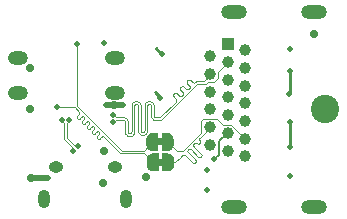
<source format=gbr>
G04 #@! TF.GenerationSoftware,KiCad,Pcbnew,(5.0.0-rc3)*
G04 #@! TF.CreationDate,2018-08-22T20:47:19+02:00*
G04 #@! TF.ProjectId,Adapter,416461707465722E6B696361645F7063,rev?*
G04 #@! TF.SameCoordinates,Original*
G04 #@! TF.FileFunction,Copper,L4,Bot,Signal*
G04 #@! TF.FilePolarity,Positive*
%FSLAX46Y46*%
G04 Gerber Fmt 4.6, Leading zero omitted, Abs format (unit mm)*
G04 Created by KiCad (PCBNEW (5.0.0-rc3)) date Wed Aug 22 20:47:19 2018*
%MOMM*%
%LPD*%
G01*
G04 APERTURE LIST*
G04 #@! TA.AperFunction,SMDPad,CuDef*
%ADD10C,0.500000*%
G04 #@! TD*
G04 #@! TA.AperFunction,Conductor*
%ADD11C,0.100000*%
G04 #@! TD*
G04 #@! TA.AperFunction,ComponentPad*
%ADD12C,2.400000*%
G04 #@! TD*
G04 #@! TA.AperFunction,ComponentPad*
%ADD13C,1.000000*%
G04 #@! TD*
G04 #@! TA.AperFunction,ComponentPad*
%ADD14R,1.000000X1.000000*%
G04 #@! TD*
G04 #@! TA.AperFunction,ComponentPad*
%ADD15O,2.200000X1.200000*%
G04 #@! TD*
G04 #@! TA.AperFunction,ComponentPad*
%ADD16O,1.700000X1.200000*%
G04 #@! TD*
G04 #@! TA.AperFunction,ComponentPad*
%ADD17O,1.250000X0.950000*%
G04 #@! TD*
G04 #@! TA.AperFunction,ComponentPad*
%ADD18O,1.000000X1.550000*%
G04 #@! TD*
G04 #@! TA.AperFunction,ViaPad*
%ADD19C,0.460000*%
G04 #@! TD*
G04 #@! TA.AperFunction,ViaPad*
%ADD20C,0.700000*%
G04 #@! TD*
G04 #@! TA.AperFunction,Conductor*
%ADD21C,0.101000*%
G04 #@! TD*
G04 #@! TA.AperFunction,Conductor*
%ADD22C,0.270000*%
G04 #@! TD*
G04 #@! TA.AperFunction,Conductor*
%ADD23C,0.500000*%
G04 #@! TD*
G04 #@! TA.AperFunction,Conductor*
%ADD24C,0.200000*%
G04 #@! TD*
G04 APERTURE END LIST*
D10*
G04 #@! TO.P,AUX-,2*
G04 #@! TO.N,/AUX-*
X31010000Y-26720000D03*
D11*
G04 #@! TD*
G04 #@! TO.N,/AUX-*
G04 #@! TO.C,AUX-*
G36*
X31010000Y-25970602D02*
X31034534Y-25970602D01*
X31083365Y-25975412D01*
X31131490Y-25984984D01*
X31178445Y-25999228D01*
X31223778Y-26018005D01*
X31267051Y-26041136D01*
X31307850Y-26068396D01*
X31345779Y-26099524D01*
X31380476Y-26134221D01*
X31411604Y-26172150D01*
X31438864Y-26212949D01*
X31461995Y-26256222D01*
X31480772Y-26301555D01*
X31495016Y-26348510D01*
X31504588Y-26396635D01*
X31509398Y-26445466D01*
X31509398Y-26470000D01*
X31510000Y-26470000D01*
X31510000Y-26970000D01*
X31509398Y-26970000D01*
X31509398Y-26994534D01*
X31504588Y-27043365D01*
X31495016Y-27091490D01*
X31480772Y-27138445D01*
X31461995Y-27183778D01*
X31438864Y-27227051D01*
X31411604Y-27267850D01*
X31380476Y-27305779D01*
X31345779Y-27340476D01*
X31307850Y-27371604D01*
X31267051Y-27398864D01*
X31223778Y-27421995D01*
X31178445Y-27440772D01*
X31131490Y-27455016D01*
X31083365Y-27464588D01*
X31034534Y-27469398D01*
X31010000Y-27469398D01*
X31010000Y-27470000D01*
X30510000Y-27470000D01*
X30510000Y-25970000D01*
X31010000Y-25970000D01*
X31010000Y-25970602D01*
X31010000Y-25970602D01*
G37*
D10*
G04 #@! TO.P,AUX-,1*
G04 #@! TO.N,/pAUX-*
X29710000Y-26720000D03*
D11*
G04 #@! TD*
G04 #@! TO.N,/pAUX-*
G04 #@! TO.C,AUX-*
G36*
X30210000Y-26420000D02*
X30610000Y-26420000D01*
X30610000Y-27020000D01*
X30210000Y-27020000D01*
X30210000Y-27470000D01*
X29710000Y-27470000D01*
X29710000Y-27469398D01*
X29685466Y-27469398D01*
X29636635Y-27464588D01*
X29588510Y-27455016D01*
X29541555Y-27440772D01*
X29496222Y-27421995D01*
X29452949Y-27398864D01*
X29412150Y-27371604D01*
X29374221Y-27340476D01*
X29339524Y-27305779D01*
X29308396Y-27267850D01*
X29281136Y-27227051D01*
X29258005Y-27183778D01*
X29239228Y-27138445D01*
X29224984Y-27091490D01*
X29215412Y-27043365D01*
X29210602Y-26994534D01*
X29210602Y-26970000D01*
X29210000Y-26970000D01*
X29210000Y-26470000D01*
X29210602Y-26470000D01*
X29210602Y-26445466D01*
X29215412Y-26396635D01*
X29224984Y-26348510D01*
X29239228Y-26301555D01*
X29258005Y-26256222D01*
X29281136Y-26212949D01*
X29308396Y-26172150D01*
X29339524Y-26134221D01*
X29374221Y-26099524D01*
X29412150Y-26068396D01*
X29452949Y-26041136D01*
X29496222Y-26018005D01*
X29541555Y-25999228D01*
X29588510Y-25984984D01*
X29636635Y-25975412D01*
X29685466Y-25970602D01*
X29710000Y-25970602D01*
X29710000Y-25970000D01*
X30210000Y-25970000D01*
X30210000Y-26420000D01*
X30210000Y-26420000D01*
G37*
D10*
G04 #@! TO.P,AUX+,1*
G04 #@! TO.N,/pAUX+*
X29740000Y-28450000D03*
D11*
G04 #@! TD*
G04 #@! TO.N,/pAUX+*
G04 #@! TO.C,AUX+*
G36*
X30240000Y-28150000D02*
X30640000Y-28150000D01*
X30640000Y-28750000D01*
X30240000Y-28750000D01*
X30240000Y-29200000D01*
X29740000Y-29200000D01*
X29740000Y-29199398D01*
X29715466Y-29199398D01*
X29666635Y-29194588D01*
X29618510Y-29185016D01*
X29571555Y-29170772D01*
X29526222Y-29151995D01*
X29482949Y-29128864D01*
X29442150Y-29101604D01*
X29404221Y-29070476D01*
X29369524Y-29035779D01*
X29338396Y-28997850D01*
X29311136Y-28957051D01*
X29288005Y-28913778D01*
X29269228Y-28868445D01*
X29254984Y-28821490D01*
X29245412Y-28773365D01*
X29240602Y-28724534D01*
X29240602Y-28700000D01*
X29240000Y-28700000D01*
X29240000Y-28200000D01*
X29240602Y-28200000D01*
X29240602Y-28175466D01*
X29245412Y-28126635D01*
X29254984Y-28078510D01*
X29269228Y-28031555D01*
X29288005Y-27986222D01*
X29311136Y-27942949D01*
X29338396Y-27902150D01*
X29369524Y-27864221D01*
X29404221Y-27829524D01*
X29442150Y-27798396D01*
X29482949Y-27771136D01*
X29526222Y-27748005D01*
X29571555Y-27729228D01*
X29618510Y-27714984D01*
X29666635Y-27705412D01*
X29715466Y-27700602D01*
X29740000Y-27700602D01*
X29740000Y-27700000D01*
X30240000Y-27700000D01*
X30240000Y-28150000D01*
X30240000Y-28150000D01*
G37*
D10*
G04 #@! TO.P,AUX+,2*
G04 #@! TO.N,/AUX+*
X31040000Y-28450000D03*
D11*
G04 #@! TD*
G04 #@! TO.N,/AUX+*
G04 #@! TO.C,AUX+*
G36*
X31040000Y-27700602D02*
X31064534Y-27700602D01*
X31113365Y-27705412D01*
X31161490Y-27714984D01*
X31208445Y-27729228D01*
X31253778Y-27748005D01*
X31297051Y-27771136D01*
X31337850Y-27798396D01*
X31375779Y-27829524D01*
X31410476Y-27864221D01*
X31441604Y-27902150D01*
X31468864Y-27942949D01*
X31491995Y-27986222D01*
X31510772Y-28031555D01*
X31525016Y-28078510D01*
X31534588Y-28126635D01*
X31539398Y-28175466D01*
X31539398Y-28200000D01*
X31540000Y-28200000D01*
X31540000Y-28700000D01*
X31539398Y-28700000D01*
X31539398Y-28724534D01*
X31534588Y-28773365D01*
X31525016Y-28821490D01*
X31510772Y-28868445D01*
X31491995Y-28913778D01*
X31468864Y-28957051D01*
X31441604Y-28997850D01*
X31410476Y-29035779D01*
X31375779Y-29070476D01*
X31337850Y-29101604D01*
X31297051Y-29128864D01*
X31253778Y-29151995D01*
X31208445Y-29170772D01*
X31161490Y-29185016D01*
X31113365Y-29194588D01*
X31064534Y-29199398D01*
X31040000Y-29199398D01*
X31040000Y-29200000D01*
X30540000Y-29200000D01*
X30540000Y-27700000D01*
X31040000Y-27700000D01*
X31040000Y-27700602D01*
X31040000Y-27700602D01*
G37*
D12*
G04 #@! TO.P,J2,SH*
G04 #@! TO.N,GND*
X44315575Y-23957256D03*
D13*
G04 #@! TO.P,J2,2*
X37585575Y-18957256D03*
G04 #@! TO.P,J2,5*
X37585575Y-20457256D03*
G04 #@! TO.P,J2,8*
X37585575Y-21957256D03*
G04 #@! TO.P,J2,11*
X37585575Y-23457256D03*
G04 #@! TO.P,J2,14*
G04 #@! TO.N,/CONFIG2*
X37585575Y-24957256D03*
G04 #@! TO.P,J2,17*
G04 #@! TO.N,/AUX-*
X37585575Y-26457256D03*
G04 #@! TO.P,J2,20*
G04 #@! TO.N,/DP_PWR*
X37585575Y-27957256D03*
D14*
G04 #@! TO.P,J2,1*
G04 #@! TO.N,/DP3-*
X36085575Y-18457256D03*
D13*
G04 #@! TO.P,J2,4*
G04 #@! TO.N,/DP2-*
X36085575Y-19957256D03*
G04 #@! TO.P,J2,7*
G04 #@! TO.N,/DP1-*
X36085575Y-21457256D03*
G04 #@! TO.P,J2,10*
G04 #@! TO.N,/DP0-*
X36085575Y-22957256D03*
G04 #@! TO.P,J2,13*
G04 #@! TO.N,/CONFIG1*
X36085575Y-24457256D03*
G04 #@! TO.P,J2,16*
G04 #@! TO.N,GND*
X36085575Y-25957256D03*
G04 #@! TO.P,J2,19*
G04 #@! TO.N,/RETPOW*
X36085575Y-27457256D03*
G04 #@! TO.P,J2,3*
G04 #@! TO.N,/DP3+*
X34585575Y-19457256D03*
G04 #@! TO.P,J2,6*
G04 #@! TO.N,/DP2+*
X34585575Y-20957256D03*
G04 #@! TO.P,J2,9*
G04 #@! TO.N,/DP1+*
X34585575Y-22457256D03*
G04 #@! TO.P,J2,12*
G04 #@! TO.N,/DP0+*
X34585575Y-23957256D03*
G04 #@! TO.P,J2,15*
G04 #@! TO.N,/AUX+*
X34585575Y-25457256D03*
G04 #@! TO.P,J2,18*
G04 #@! TO.N,/HPD*
X34585575Y-26957256D03*
D15*
G04 #@! TO.P,J2,SH*
G04 #@! TO.N,GND*
X43415575Y-15707256D03*
X43415575Y-32207256D03*
X36635575Y-15707256D03*
X36635575Y-32207256D03*
G04 #@! TD*
D16*
G04 #@! TO.P,J3,S1*
G04 #@! TO.N,GND*
X26565575Y-19637256D03*
X18365575Y-19637256D03*
X18365575Y-22577256D03*
X26565575Y-22577256D03*
G04 #@! TD*
D17*
G04 #@! TO.P,J1,SH*
G04 #@! TO.N,N/C*
X26515575Y-28857256D03*
X21515575Y-28857256D03*
D18*
X20515575Y-31557256D03*
X27515575Y-31557256D03*
G04 #@! TD*
D19*
G04 #@! TO.N,/D+*
X23417536Y-27092464D03*
X22673500Y-24910000D03*
G04 #@! TO.N,GND*
X41370000Y-18840000D03*
X41370000Y-20720000D03*
X41320000Y-22630000D03*
X41370000Y-25020000D03*
X41370000Y-27120000D03*
X41400000Y-29650000D03*
X34310000Y-29070000D03*
X34340000Y-30830000D03*
D20*
X19415575Y-29757256D03*
D19*
X25650000Y-18370000D03*
D20*
X43400000Y-17570000D03*
X25580000Y-27510000D03*
X25520000Y-30210000D03*
X19330000Y-23900000D03*
X19330000Y-20430000D03*
X26500000Y-23590000D03*
D19*
X34970000Y-28190000D03*
D20*
X29140002Y-29660000D03*
D19*
X30350000Y-23040000D03*
X30500000Y-19260002D03*
G04 #@! TO.N,/D-*
X23002464Y-27507536D03*
X22086500Y-24910000D03*
G04 #@! TO.N,/DP2+*
X26420000Y-24456500D03*
G04 #@! TO.N,/DP2-*
X26420000Y-25043500D03*
G04 #@! TO.N,/pAUX+*
X21630000Y-23810000D03*
G04 #@! TO.N,/pAUX-*
X23300000Y-18400000D03*
G04 #@! TD*
D21*
G04 #@! TO.N,/D+*
X22494000Y-25089500D02*
X22673500Y-24910000D01*
X22494000Y-26422779D02*
X22494000Y-25089500D01*
X23163685Y-27092464D02*
X22494000Y-26422779D01*
X23417536Y-27092464D02*
X23163685Y-27092464D01*
D22*
G04 #@! TO.N,GND*
X41320000Y-18900000D02*
X41320000Y-18890000D01*
X41320000Y-18890000D02*
X41370000Y-18840000D01*
X41370000Y-20720000D02*
X41370000Y-22580000D01*
X41370000Y-22580000D02*
X41320000Y-22630000D01*
X41370000Y-25020000D02*
X41370000Y-27120000D01*
X34310000Y-28960000D02*
X34310000Y-29070000D01*
D23*
X19415575Y-29757256D02*
X20215575Y-29757256D01*
X20215575Y-29757256D02*
X20915575Y-29757256D01*
X26500000Y-23590000D02*
X27260000Y-23590000D01*
X27260000Y-23590000D02*
X25830000Y-23590000D01*
D24*
X35358574Y-27801426D02*
X34970000Y-28190000D01*
X36085575Y-25957256D02*
X35358574Y-26684257D01*
X35358574Y-26684257D02*
X35358574Y-27801426D01*
D22*
X29940000Y-22520000D02*
X29940000Y-22540000D01*
X30350000Y-22950000D02*
X30350000Y-23040000D01*
X29940000Y-22540000D02*
X30350000Y-22950000D01*
X30020000Y-18750000D02*
X30020000Y-18800000D01*
X30020000Y-18800000D02*
X30480002Y-19260002D01*
X30480002Y-19260002D02*
X30500000Y-19260002D01*
D21*
G04 #@! TO.N,/D-*
X22266000Y-25089500D02*
X22086500Y-24910000D01*
X23002464Y-27507536D02*
X23002464Y-27253685D01*
X22266000Y-26517221D02*
X22266000Y-25089500D01*
X23002464Y-27253685D02*
X22266000Y-26517221D01*
G04 #@! TO.N,/AUX-*
X31776000Y-27486000D02*
X32292778Y-27486000D01*
X33850000Y-24936585D02*
X34006830Y-24779755D01*
X31010000Y-26720000D02*
X31776000Y-27486000D01*
X35689755Y-25279755D02*
X36408074Y-25279755D01*
X32292778Y-27486000D02*
X33850000Y-25928778D01*
X33850000Y-25928778D02*
X33850000Y-24936585D01*
X34006830Y-24779755D02*
X35189755Y-24779755D01*
X35189755Y-24779755D02*
X35689755Y-25279755D01*
X36408074Y-25279755D02*
X37085576Y-25957257D01*
X37085576Y-25957257D02*
X37585575Y-26457256D01*
G04 #@! TO.N,/DP2+*
X34585575Y-21134815D02*
X34585575Y-20957256D01*
X33388778Y-21640000D02*
X33435521Y-21593257D01*
X33353763Y-21667923D02*
X33388778Y-21640000D01*
X33313412Y-21687355D02*
X33353763Y-21667923D01*
X34127133Y-21593257D02*
X34585575Y-21134815D01*
X29889618Y-24600875D02*
X29920144Y-24620056D01*
X29829000Y-23638523D02*
X29829000Y-24475000D01*
X31502944Y-22837425D02*
X31492978Y-22793762D01*
X29792702Y-23479495D02*
X29819810Y-23556964D01*
X28764125Y-25839381D02*
X28789618Y-25864874D01*
X27629000Y-25839000D02*
X27633036Y-25874825D01*
X29544036Y-23281190D02*
X29621505Y-23308298D01*
X29335963Y-23281190D02*
X29417522Y-23272000D01*
X29864125Y-24575382D02*
X29889618Y-24600875D01*
X26420000Y-24456500D02*
X26599500Y-24636000D01*
X29188999Y-23351964D02*
X29258494Y-23308298D01*
X27262477Y-24636000D02*
X27344036Y-24645189D01*
X29621505Y-23308298D02*
X29691000Y-23351964D01*
X29130963Y-23410000D02*
X29188999Y-23351964D01*
X29087297Y-23479495D02*
X29130963Y-23410000D01*
X29051000Y-23638523D02*
X29060189Y-23556964D01*
X33435521Y-21593257D02*
X34127133Y-21593257D01*
X29417522Y-23272000D02*
X29462477Y-23272000D01*
X29015874Y-25839381D02*
X29035055Y-25808855D01*
X28959855Y-25884055D02*
X28990381Y-25864874D01*
X28925825Y-25895963D02*
X28959855Y-25884055D01*
X28854174Y-25895963D02*
X28890000Y-25900000D01*
X28820144Y-25884055D02*
X28854174Y-25895963D01*
X28789618Y-25864874D02*
X28820144Y-25884055D01*
X28744944Y-25808855D02*
X28764125Y-25839381D01*
X27987297Y-23479495D02*
X28030963Y-23410000D01*
X28729000Y-23638523D02*
X28729000Y-25739000D01*
X28692702Y-23479495D02*
X28719810Y-23556964D01*
X28890000Y-25900000D02*
X28925825Y-25895963D01*
X33269749Y-21697321D02*
X33313412Y-21687355D01*
X28649036Y-23410000D02*
X28692702Y-23479495D01*
X28591000Y-23351964D02*
X28649036Y-23410000D01*
X32757036Y-21451223D02*
X32800699Y-21441257D01*
X27689618Y-25964874D02*
X27720144Y-25984055D01*
X27790000Y-26000000D02*
X27825825Y-25995963D01*
X32285329Y-22523541D02*
X32257406Y-22488526D01*
X27960189Y-23556964D02*
X27987297Y-23479495D01*
X27644944Y-25908855D02*
X27664125Y-25939381D01*
X32009580Y-22799293D02*
X32049930Y-22818725D01*
X32653746Y-21533592D02*
X32681670Y-21498578D01*
X29819810Y-23556964D02*
X29829000Y-23638523D01*
X31522376Y-22877775D02*
X31502944Y-22837425D01*
X29462477Y-23272000D02*
X29544036Y-23281190D01*
X32191351Y-22016908D02*
X32235014Y-22006942D01*
X27720144Y-25984055D02*
X27754174Y-25995963D01*
X27629000Y-25002522D02*
X27629000Y-25839000D01*
X33224963Y-21697321D02*
X33269749Y-21697321D01*
X28729000Y-25739000D02*
X28733036Y-25774825D01*
X27491000Y-24715963D02*
X27549036Y-24773999D01*
X27619810Y-24920963D02*
X27629000Y-25002522D01*
X27592702Y-24843494D02*
X27619810Y-24920963D01*
X27633036Y-25874825D02*
X27644944Y-25908855D01*
X29829000Y-24475000D02*
X29833036Y-24510826D01*
X32068629Y-22271740D02*
X32058663Y-22228077D01*
X26599500Y-24636000D02*
X27262477Y-24636000D01*
X27421505Y-24672297D02*
X27491000Y-24715963D01*
X28235963Y-23281190D02*
X28317522Y-23272000D01*
X32151000Y-22036340D02*
X32191351Y-22016908D01*
X29833036Y-24510826D02*
X29844944Y-24544856D01*
X27754174Y-25995963D02*
X27790000Y-26000000D01*
X32575265Y-22233608D02*
X32615615Y-22253040D01*
X31749042Y-23173239D02*
X31739076Y-23129576D01*
X28158494Y-23308298D02*
X28235963Y-23281190D01*
X27859855Y-25984055D02*
X27890381Y-25964874D01*
X27825825Y-25995963D02*
X27859855Y-25984055D01*
X32235014Y-22006942D02*
X32279800Y-22006942D01*
X28990381Y-25864874D02*
X29015874Y-25839381D01*
X27935055Y-25908855D02*
X27946963Y-25874825D01*
X32088061Y-22099277D02*
X32115985Y-22064263D01*
X27915874Y-25939381D02*
X27935055Y-25908855D01*
X27890381Y-25964874D02*
X27915874Y-25939381D01*
X32068629Y-22139628D02*
X32088061Y-22099277D01*
X27664125Y-25939381D02*
X27689618Y-25964874D01*
X27946963Y-25874825D02*
X27951000Y-25839000D01*
X29060189Y-23556964D02*
X29087297Y-23479495D01*
X32800699Y-21441257D02*
X32845485Y-21441257D01*
X27951000Y-25839000D02*
X27951000Y-23638523D01*
X32222393Y-22799293D02*
X32257407Y-22771370D01*
X31691722Y-23337055D02*
X31719644Y-23302039D01*
X32323463Y-22016908D02*
X32363813Y-22036340D01*
X32823091Y-21922841D02*
X32681670Y-21781420D01*
X31625666Y-22582593D02*
X31669329Y-22572627D01*
X27951000Y-23638523D02*
X27960189Y-23556964D01*
X29954174Y-24631964D02*
X29990000Y-24636000D01*
X28030963Y-23410000D02*
X28088999Y-23351964D01*
X29046963Y-25774825D02*
X29051000Y-25739000D01*
X29051000Y-25739000D02*
X29051000Y-23638523D01*
X32088061Y-22312090D02*
X32068629Y-22271740D01*
X29920144Y-24620056D02*
X29954174Y-24631964D01*
X32823092Y-22205685D02*
X32851014Y-22170669D01*
X27344036Y-24645189D02*
X27421505Y-24672297D01*
X28362477Y-23272000D02*
X28444036Y-23281190D01*
X28733036Y-25774825D02*
X28744944Y-25808855D01*
X28444036Y-23281190D02*
X28521505Y-23308298D01*
X29990000Y-24636000D02*
X30392778Y-24636000D01*
X32398828Y-22064263D02*
X32540250Y-22205685D01*
X31739076Y-23261688D02*
X31749042Y-23218025D01*
X28088999Y-23351964D02*
X28158494Y-23308298D01*
X31749042Y-23218025D02*
X31749042Y-23173239D01*
X32704064Y-22263006D02*
X32747727Y-22253040D01*
X28317522Y-23272000D02*
X28362477Y-23272000D01*
X31691721Y-23054211D02*
X31550300Y-22912790D01*
X31550300Y-22912790D02*
X31522376Y-22877775D01*
X28719810Y-23556964D02*
X28729000Y-23638523D01*
X28521505Y-23308298D02*
X28591000Y-23351964D01*
X31492978Y-22793762D02*
X31492978Y-22748976D01*
X32870446Y-22130318D02*
X32880412Y-22086655D01*
X31492978Y-22748976D02*
X31502944Y-22705313D01*
X29691000Y-23351964D02*
X29749036Y-23410000D01*
X32880412Y-22086655D02*
X32880412Y-22041869D01*
X31502944Y-22705313D02*
X31522376Y-22664962D01*
X32681670Y-21781420D02*
X32653746Y-21746405D01*
X31669329Y-22572627D02*
X31714115Y-22572627D01*
X32634314Y-21706055D02*
X32624348Y-21662392D01*
X31757778Y-22582593D02*
X31798128Y-22602025D01*
X31798128Y-22602025D02*
X31833143Y-22629948D01*
X32624348Y-21617606D02*
X32634314Y-21573943D01*
X31833143Y-22629948D02*
X31974565Y-22771370D01*
X32634314Y-21573943D02*
X32653746Y-21533592D01*
X31974565Y-22771370D02*
X32009580Y-22799293D01*
X32093593Y-22828691D02*
X32138379Y-22828691D01*
X29035055Y-25808855D02*
X29046963Y-25774825D01*
X32138379Y-22828691D02*
X32182042Y-22818725D01*
X32182042Y-22818725D02*
X32222393Y-22799293D01*
X30392778Y-24636000D02*
X31691722Y-23337055D01*
X32279800Y-22006942D02*
X32323463Y-22016908D01*
X32257407Y-22771370D02*
X32285329Y-22736354D01*
X31719644Y-23302039D02*
X31739076Y-23261688D01*
X32363813Y-22036340D02*
X32398828Y-22064263D01*
X32929498Y-21470655D02*
X32964513Y-21498578D01*
X32285329Y-22736354D02*
X32304761Y-22696003D01*
X32540250Y-22205685D02*
X32575265Y-22233608D01*
X33140950Y-21667923D02*
X33181300Y-21687355D01*
X32314727Y-22607554D02*
X32304761Y-22563891D01*
X29258494Y-23308298D02*
X29335963Y-23281190D01*
X31739076Y-23129576D02*
X31719644Y-23089226D01*
X32615615Y-22253040D02*
X32659278Y-22263006D01*
X33181300Y-21687355D02*
X33224963Y-21697321D01*
X29749036Y-23410000D02*
X29792702Y-23479495D01*
X32304761Y-22563891D02*
X32285329Y-22523541D01*
X32257406Y-22488526D02*
X32115985Y-22347105D01*
X32747727Y-22253040D02*
X32788078Y-22233608D01*
X27549036Y-24773999D02*
X27592702Y-24843494D01*
X32115985Y-22347105D02*
X32088061Y-22312090D01*
X32788078Y-22233608D02*
X32823092Y-22205685D01*
X32058663Y-22228077D02*
X32058663Y-22183291D01*
X32058663Y-22183291D02*
X32068629Y-22139628D01*
X32115985Y-22064263D02*
X32151000Y-22036340D01*
X29844944Y-24544856D02*
X29864125Y-24575382D01*
X31719644Y-23089226D02*
X31691721Y-23054211D01*
X32659278Y-22263006D02*
X32704064Y-22263006D01*
X32851014Y-22170669D02*
X32870446Y-22130318D01*
X31522376Y-22664962D02*
X31550300Y-22629948D01*
X32880412Y-22041869D02*
X32870446Y-21998206D01*
X31550300Y-22629948D02*
X31585315Y-22602025D01*
X32870446Y-21998206D02*
X32851014Y-21957856D01*
X31585315Y-22602025D02*
X31625666Y-22582593D01*
X32851014Y-21957856D02*
X32823091Y-21922841D01*
X31714115Y-22572627D02*
X31757778Y-22582593D01*
X32653746Y-21746405D02*
X32634314Y-21706055D01*
X32624348Y-21662392D02*
X32624348Y-21617606D01*
X32049930Y-22818725D02*
X32093593Y-22828691D01*
X32681670Y-21498578D02*
X32716685Y-21470655D01*
X32716685Y-21470655D02*
X32757036Y-21451223D01*
X32845485Y-21441257D02*
X32889148Y-21451223D01*
X32889148Y-21451223D02*
X32929498Y-21470655D01*
X32304761Y-22696003D02*
X32314727Y-22652340D01*
X32964513Y-21498578D02*
X33105935Y-21640000D01*
X32314727Y-22652340D02*
X32314727Y-22607554D01*
X33105935Y-21640000D02*
X33140950Y-21667923D01*
G04 #@! TO.N,/DP2-*
X35263076Y-20779755D02*
X36085575Y-19957256D01*
X34910776Y-21634757D02*
X35263076Y-21282457D01*
X34221574Y-21821257D02*
X34408074Y-21634757D01*
X33529965Y-21821257D02*
X34221574Y-21821257D01*
X29601000Y-23661000D02*
X29601000Y-24497478D01*
X29596963Y-23625175D02*
X29601000Y-23661000D01*
X29370144Y-23515945D02*
X29404174Y-23504037D01*
X29314125Y-23560619D02*
X29339618Y-23535126D01*
X29294944Y-23591145D02*
X29314125Y-23560619D01*
X29279000Y-23661000D02*
X29283036Y-23625175D01*
X29279000Y-25761477D02*
X29279000Y-23661000D01*
X29199036Y-25990000D02*
X29242702Y-25920505D01*
X29141000Y-26048036D02*
X29199036Y-25990000D01*
X28994036Y-26118810D02*
X29071505Y-26091702D01*
X28912477Y-26128000D02*
X28994036Y-26118810D01*
X28785963Y-26118810D02*
X28867522Y-26128000D01*
X28708494Y-26091702D02*
X28785963Y-26118810D01*
X28638999Y-26048036D02*
X28708494Y-26091702D01*
X28580963Y-25990000D02*
X28638999Y-26048036D01*
X28537297Y-25920505D02*
X28580963Y-25990000D01*
X28510189Y-25843036D02*
X28537297Y-25920505D01*
X28501000Y-25761477D02*
X28510189Y-25843036D01*
X28501000Y-23661000D02*
X28501000Y-25761477D01*
X29885963Y-24854811D02*
X29967522Y-24864000D01*
X28485055Y-23591145D02*
X28496963Y-23625175D01*
X29738999Y-24784037D02*
X29808494Y-24827703D01*
X28440381Y-23535126D02*
X28465874Y-23560619D01*
X29637297Y-24656506D02*
X29680963Y-24726001D01*
X28375825Y-23504037D02*
X28409855Y-23515945D01*
X29601000Y-24497478D02*
X29610189Y-24579037D01*
X28304174Y-23504037D02*
X28340000Y-23500000D01*
X28270144Y-23515945D02*
X28304174Y-23504037D01*
X28239618Y-23535126D02*
X28270144Y-23515945D01*
X28214125Y-23560619D02*
X28239618Y-23535126D01*
X29565874Y-23560619D02*
X29585055Y-23591145D01*
X28194944Y-23591145D02*
X28214125Y-23560619D01*
X29540381Y-23535126D02*
X29565874Y-23560619D01*
X28183036Y-23625175D02*
X28194944Y-23591145D01*
X29509855Y-23515945D02*
X29540381Y-23535126D01*
X28179000Y-23661000D02*
X28183036Y-23625175D01*
X29475825Y-23504037D02*
X29509855Y-23515945D01*
X28179000Y-25861477D02*
X28179000Y-23661000D01*
X29404174Y-23504037D02*
X29440000Y-23500000D01*
X28142702Y-26020505D02*
X28169810Y-25943036D01*
X28041000Y-26148036D02*
X28099036Y-26090000D01*
X27971505Y-26191702D02*
X28041000Y-26148036D01*
X27812477Y-26228000D02*
X27894036Y-26218810D01*
X27767522Y-26228000D02*
X27812477Y-26228000D01*
X27685963Y-26218810D02*
X27767522Y-26228000D01*
X27608494Y-26191702D02*
X27685963Y-26218810D01*
X27538999Y-26148036D02*
X27608494Y-26191702D01*
X27480963Y-26090000D02*
X27538999Y-26148036D01*
X27396963Y-24989174D02*
X27401000Y-25025000D01*
X27365874Y-24924618D02*
X27385055Y-24955144D01*
X27340381Y-24899125D02*
X27365874Y-24924618D01*
X27309855Y-24879944D02*
X27340381Y-24899125D01*
X27240000Y-24864000D02*
X27275825Y-24868036D01*
X26599500Y-24864000D02*
X27240000Y-24864000D01*
X29585055Y-23591145D02*
X29596963Y-23625175D01*
X27401000Y-25025000D02*
X27401000Y-25861477D01*
X29680963Y-24726001D02*
X29738999Y-24784037D01*
X28409855Y-23515945D02*
X28440381Y-23535126D01*
X27385055Y-24955144D02*
X27396963Y-24989174D01*
X35263076Y-21282457D02*
X35263076Y-20779755D01*
X34408074Y-21634757D02*
X34910776Y-21634757D01*
X28099036Y-26090000D02*
X28142702Y-26020505D01*
X29440000Y-23500000D02*
X29475825Y-23504037D01*
X28169810Y-25943036D02*
X28179000Y-25861477D01*
X28867522Y-26128000D02*
X28912477Y-26128000D01*
X27410189Y-25943036D02*
X27437297Y-26020505D01*
X27401000Y-25861477D02*
X27410189Y-25943036D01*
X29808494Y-24827703D02*
X29885963Y-24854811D01*
X28465874Y-23560619D02*
X28485055Y-23591145D01*
X29967522Y-24864000D02*
X30487222Y-24864000D01*
X28496963Y-23625175D02*
X28501000Y-23661000D01*
X27894036Y-26218810D02*
X27971505Y-26191702D01*
X29071505Y-26091702D02*
X29141000Y-26048036D01*
X29242702Y-25920505D02*
X29269810Y-25843036D01*
X29610189Y-24579037D02*
X29637297Y-24656506D01*
X28340000Y-23500000D02*
X28375825Y-23504037D01*
X27437297Y-26020505D02*
X27480963Y-26090000D01*
X30487222Y-24864000D02*
X33529965Y-21821257D01*
X26420000Y-25043500D02*
X26599500Y-24864000D01*
X29269810Y-25843036D02*
X29279000Y-25761477D01*
X29283036Y-23625175D02*
X29294944Y-23591145D01*
X29339618Y-23535126D02*
X29370144Y-23515945D01*
X27275825Y-24868036D02*
X27309855Y-24879944D01*
G04 #@! TO.N,/AUX+*
X32139016Y-27962206D02*
X31651222Y-28450000D01*
X32275719Y-27831711D02*
X32245081Y-27856142D01*
X32311026Y-27814707D02*
X32275719Y-27831711D01*
X32349232Y-27805987D02*
X32311026Y-27814707D01*
X32388418Y-27805988D02*
X32349232Y-27805987D01*
X32426624Y-27814707D02*
X32388418Y-27805988D01*
X32461931Y-27831710D02*
X32426624Y-27814707D01*
X32492568Y-27856144D02*
X32461931Y-27831710D01*
X33091103Y-28454679D02*
X32492568Y-27856144D01*
X33157049Y-28496114D02*
X33121741Y-28479113D01*
X33195253Y-28504835D02*
X33157049Y-28496114D01*
X33234441Y-28504835D02*
X33195253Y-28504835D01*
X33272647Y-28496114D02*
X33234441Y-28504835D01*
X33765099Y-26636706D02*
X33772485Y-26669066D01*
X33772485Y-26669066D02*
X33772484Y-26702260D01*
X32883391Y-27311015D02*
X32844205Y-27311014D01*
X33328745Y-26793240D02*
X33298839Y-26807643D01*
X33361105Y-26785854D02*
X33328745Y-26793240D01*
X33235027Y-26866195D02*
X33210594Y-26896834D01*
X33298839Y-26807643D02*
X33272888Y-26828338D01*
X33184873Y-27009532D02*
X33193592Y-27047738D01*
X33694904Y-26524992D02*
X33709306Y-26554897D01*
X33456563Y-26807643D02*
X33426657Y-26793241D01*
X33538371Y-26863435D02*
X33508465Y-26849033D01*
X33193592Y-27047738D02*
X33210595Y-27083044D01*
X33652022Y-28001141D02*
X33616714Y-27984140D01*
X33426657Y-26793241D02*
X33394297Y-26785855D01*
X33857997Y-27742856D02*
X33875000Y-27778163D01*
X33570731Y-26870821D02*
X33538371Y-26863435D01*
X33603923Y-26870821D02*
X33570731Y-26870821D01*
X33666189Y-26849033D02*
X33636285Y-26863434D01*
X33833564Y-27959705D02*
X33802926Y-27984139D01*
X33586076Y-27959706D02*
X32987541Y-27361171D01*
X33772484Y-26702260D02*
X33765098Y-26734620D01*
X33750697Y-26764524D02*
X33730002Y-26790475D01*
X33184873Y-26970344D02*
X33184873Y-27009532D01*
X33730002Y-26790475D02*
X33692140Y-26828338D01*
X33694905Y-26427078D02*
X33687519Y-26459438D01*
X33709305Y-26397173D02*
X33694905Y-26427078D01*
X33210594Y-26896834D02*
X33193592Y-26932140D01*
X33508465Y-26849033D02*
X33456563Y-26807643D01*
X33692140Y-26828338D02*
X33666189Y-26849033D01*
X33636285Y-26863434D02*
X33603923Y-26870821D01*
X33121741Y-28479113D02*
X33091103Y-28454679D01*
X33338591Y-28454678D02*
X33307953Y-28479112D01*
X34585575Y-25457256D02*
X34585575Y-25515647D01*
X34585575Y-25515647D02*
X33730000Y-26371222D01*
X33394297Y-26785855D02*
X33361105Y-26785854D01*
X33883719Y-27816369D02*
X33883720Y-27855555D01*
X33388747Y-28350528D02*
X33380027Y-28388734D01*
X33193592Y-26932140D02*
X33184873Y-26970344D01*
X33687518Y-26492632D02*
X33694904Y-26524992D01*
X32740054Y-27361168D02*
X32715621Y-27391807D01*
X33750697Y-26606800D02*
X33765099Y-26636706D01*
X33767620Y-28001141D02*
X33729414Y-28009862D01*
X33380027Y-28273136D02*
X33388746Y-28311342D01*
X31651222Y-28450000D02*
X31040000Y-28450000D01*
X33765098Y-26734620D02*
X33750697Y-26764524D01*
X33687519Y-26459438D02*
X33687518Y-26492632D01*
X33210595Y-27083044D02*
X33235027Y-27113683D01*
X33235027Y-27113683D02*
X33833563Y-27712219D01*
X32698619Y-27542711D02*
X32715622Y-27578017D01*
X33833563Y-27712219D02*
X33857997Y-27742856D01*
X32770692Y-27336738D02*
X32740054Y-27361169D01*
X33875000Y-27778163D02*
X33883719Y-27816369D01*
X33730000Y-26371222D02*
X33709305Y-26397173D01*
X33883720Y-27855555D02*
X33875000Y-27893761D01*
X32740054Y-27361169D02*
X32740054Y-27361168D01*
X33857996Y-27929068D02*
X33833564Y-27959705D01*
X32689900Y-27465317D02*
X32689900Y-27504505D01*
X33709306Y-26554897D02*
X33750697Y-26606800D01*
X33802926Y-27984139D02*
X33767620Y-28001141D01*
X33690226Y-28009862D02*
X33652022Y-28001141D01*
X33616714Y-27984140D02*
X33586076Y-27959706D01*
X32740054Y-27608656D02*
X33338590Y-28207192D01*
X33272888Y-26828338D02*
X33235027Y-26866195D01*
X33875000Y-27893761D02*
X33857996Y-27929068D01*
X32987541Y-27361171D02*
X32956904Y-27336737D01*
X33307953Y-28479112D02*
X33272647Y-28496114D01*
X32956904Y-27336737D02*
X32921597Y-27319734D01*
X32245081Y-27856142D02*
X32139016Y-27962206D01*
X32921597Y-27319734D02*
X32883391Y-27311015D01*
X32844205Y-27311014D02*
X32805999Y-27319734D01*
X32805999Y-27319734D02*
X32770692Y-27336738D01*
X32715621Y-27391807D02*
X32698619Y-27427113D01*
X32698619Y-27427113D02*
X32689900Y-27465317D01*
X32689900Y-27504505D02*
X32698619Y-27542711D01*
X33338590Y-28207192D02*
X33363024Y-28237829D01*
X33380027Y-28388734D02*
X33363023Y-28424041D01*
X33363024Y-28237829D02*
X33380027Y-28273136D01*
X33388746Y-28311342D02*
X33388747Y-28350528D01*
X33729414Y-28009862D02*
X33690226Y-28009862D01*
X32715622Y-27578017D02*
X32740054Y-27608656D01*
X33363023Y-28424041D02*
X33338591Y-28454678D01*
G04 #@! TO.N,/pAUX+*
X28974000Y-27684000D02*
X29740000Y-28450000D01*
X27012779Y-27684000D02*
X28974000Y-27684000D01*
X25094091Y-26440266D02*
X25124354Y-26454840D01*
X25024839Y-26330053D02*
X25032313Y-26362800D01*
X25024839Y-26296464D02*
X25024839Y-26330053D01*
X25195835Y-26079188D02*
X25067830Y-26207192D01*
X25216777Y-26052926D02*
X25195835Y-26079188D01*
X25231351Y-26022663D02*
X25216777Y-26052926D01*
X25216777Y-25893317D02*
X25231351Y-25923580D01*
X25169573Y-25846112D02*
X25195835Y-25867056D01*
X25139310Y-25831538D02*
X25169573Y-25846112D01*
X25009963Y-25846112D02*
X25040226Y-25831538D01*
X24855698Y-25995060D02*
X24983702Y-25867055D01*
X24829436Y-26016002D02*
X24855698Y-25995060D01*
X24799173Y-26030576D02*
X24829436Y-26016002D01*
X25530827Y-26248328D02*
X25563574Y-26255802D01*
X24732837Y-26038050D02*
X24766426Y-26038050D01*
X25497238Y-26248328D02*
X25530827Y-26248328D01*
X24700090Y-26030576D02*
X24732837Y-26038050D01*
X24669827Y-26016002D02*
X24700090Y-26030576D01*
X25279962Y-26419324D02*
X25407966Y-26291319D01*
X24608049Y-25938536D02*
X24622623Y-25968799D01*
X24600575Y-25905789D02*
X24608049Y-25938536D01*
X24600575Y-25872200D02*
X24600575Y-25905789D01*
X25046887Y-26393063D02*
X25067830Y-26419324D01*
X24807087Y-25598399D02*
X24792513Y-25628662D01*
X25032313Y-26362800D02*
X25046887Y-26393063D01*
X24814561Y-25565652D02*
X24807087Y-25598399D01*
X24814561Y-25532063D02*
X24814561Y-25565652D01*
X24807087Y-25499316D02*
X24814561Y-25532063D01*
X25032313Y-26263716D02*
X25024839Y-26296464D01*
X24792513Y-25469053D02*
X24807087Y-25499316D01*
X25046887Y-26233453D02*
X25032313Y-26263716D01*
X24771571Y-25442792D02*
X24792513Y-25469053D01*
X25067830Y-26207192D02*
X25046887Y-26233453D01*
X24745309Y-25421848D02*
X24771571Y-25442792D01*
X24715046Y-25407274D02*
X24745309Y-25421848D01*
X24682299Y-25399800D02*
X24715046Y-25407274D01*
X24648710Y-25399800D02*
X24682299Y-25399800D01*
X24615962Y-25407274D02*
X24648710Y-25399800D01*
X24585699Y-25421848D02*
X24615962Y-25407274D01*
X24559438Y-25442791D02*
X24585699Y-25421848D01*
X24431434Y-25570796D02*
X24559438Y-25442791D01*
X24405172Y-25591738D02*
X24431434Y-25570796D01*
X24342162Y-25613786D02*
X24374909Y-25606312D01*
X23923043Y-24594264D02*
X23943985Y-24620525D01*
X25231351Y-25923580D02*
X25238825Y-25956327D01*
X24382823Y-25174135D02*
X24368249Y-25204398D01*
X23896781Y-24573320D02*
X23923043Y-24594264D01*
X23534295Y-24226524D02*
X23541769Y-24259271D01*
X23833771Y-24551272D02*
X23866518Y-24558746D01*
X24382823Y-25075052D02*
X24390297Y-25107799D01*
X23800182Y-24551272D02*
X23833771Y-24551272D01*
X24368249Y-25044789D02*
X24382823Y-25075052D01*
X23737171Y-24573320D02*
X23767434Y-24558746D01*
X25072974Y-25824064D02*
X25106563Y-25824064D01*
X24321045Y-24997584D02*
X24347307Y-25018528D01*
X23710910Y-24594263D02*
X23737171Y-24573320D01*
X24390297Y-25141388D02*
X24382823Y-25174135D01*
X23335257Y-24665744D02*
X23349831Y-24696007D01*
X23498779Y-24170000D02*
X23519721Y-24196261D01*
X23582906Y-24722268D02*
X23710910Y-24594263D01*
X24258035Y-24975536D02*
X24290782Y-24983010D01*
X24308573Y-25613786D02*
X24342162Y-25613786D01*
X23556644Y-24743210D02*
X23582906Y-24722268D01*
X24224446Y-24975536D02*
X24258035Y-24975536D01*
X24275826Y-25606312D02*
X24308573Y-25613786D01*
X23526381Y-24757784D02*
X23556644Y-24743210D01*
X23460045Y-24765258D02*
X23493634Y-24765258D01*
X25238825Y-25989916D02*
X25231351Y-26022663D01*
X23519721Y-24355870D02*
X23498779Y-24382132D01*
X24219302Y-25358664D02*
X24198359Y-25384925D01*
X23427298Y-24757784D02*
X23460045Y-24765258D01*
X24198359Y-25384925D02*
X24183785Y-25415188D01*
X25040226Y-25831538D02*
X25072974Y-25824064D01*
X24290782Y-24983010D02*
X24321045Y-24997584D01*
X23349831Y-24696007D02*
X23370774Y-24722268D01*
X23493634Y-24765258D02*
X23526381Y-24757784D01*
X23327783Y-24632997D02*
X23335257Y-24665744D01*
X23138779Y-23810000D02*
X23498779Y-24170000D01*
X24191698Y-24983010D02*
X24224446Y-24975536D01*
X23866518Y-24558746D02*
X23896781Y-24573320D01*
X23327783Y-24599408D02*
X23327783Y-24632997D01*
X24390297Y-25107799D02*
X24390297Y-25141388D01*
X24983702Y-25867055D02*
X25009963Y-25846112D01*
X23534295Y-24325607D02*
X23519721Y-24355870D01*
X23821299Y-25167474D02*
X23851562Y-25182048D01*
X21630000Y-23810000D02*
X23138779Y-23810000D01*
X23943985Y-24620525D02*
X23958559Y-24650788D01*
X25238825Y-25956327D02*
X25238825Y-25989916D01*
X24368249Y-25204398D02*
X24347307Y-25230660D01*
X24374909Y-25606312D02*
X24405172Y-25591738D01*
X23335257Y-24566660D02*
X23327783Y-24599408D01*
X23541769Y-24292860D02*
X23534295Y-24325607D01*
X25223437Y-26454840D02*
X25253700Y-26440266D01*
X23774095Y-25120271D02*
X23795038Y-25146532D01*
X23541769Y-24259271D02*
X23541769Y-24292860D01*
X23752047Y-25057261D02*
X23759521Y-25090008D01*
X23498779Y-24382132D02*
X23370774Y-24510136D01*
X23950645Y-25182048D02*
X23980908Y-25167474D01*
X23958559Y-24650788D02*
X23966033Y-24683535D01*
X24347307Y-25230660D02*
X24219302Y-25358664D01*
X23370774Y-24510136D02*
X23349831Y-24536397D01*
X25195835Y-25867056D02*
X25216777Y-25893317D01*
X23349831Y-24536397D02*
X23335257Y-24566660D01*
X23519721Y-24196261D02*
X23534295Y-24226524D01*
X23767434Y-24558746D02*
X23800182Y-24551272D01*
X23966033Y-24717124D02*
X23958559Y-24749871D01*
X24771571Y-25654924D02*
X24643566Y-25782928D01*
X23958559Y-24749871D02*
X23943985Y-24780134D01*
X24183785Y-25415188D02*
X24176311Y-25447936D01*
X25124354Y-26454840D02*
X25157101Y-26462314D01*
X24643566Y-25782928D02*
X24622623Y-25809189D01*
X23943985Y-24780134D02*
X23923043Y-24806396D01*
X24176311Y-25447936D02*
X24176311Y-25481525D01*
X25157101Y-26462314D02*
X25190690Y-26462314D01*
X24622623Y-25809189D02*
X24608049Y-25839452D01*
X23923043Y-24806396D02*
X23795038Y-24934400D01*
X24176311Y-25481525D02*
X24183785Y-25514272D01*
X23966033Y-24683535D02*
X23966033Y-24717124D01*
X23795038Y-24934400D02*
X23774095Y-24960661D01*
X23774095Y-24960661D02*
X23759521Y-24990924D01*
X24219302Y-25570796D02*
X24245563Y-25591738D01*
X23759521Y-24990924D02*
X23752047Y-25023672D01*
X24245563Y-25591738D02*
X24275826Y-25606312D01*
X23752047Y-25023672D02*
X23752047Y-25057261D01*
X25190690Y-26462314D02*
X25223437Y-26454840D01*
X24608049Y-25839452D02*
X24600575Y-25872200D01*
X23759521Y-25090008D02*
X23774095Y-25120271D01*
X25253700Y-26440266D02*
X25279962Y-26419324D01*
X23795038Y-25146532D02*
X23821299Y-25167474D01*
X25407966Y-26291319D02*
X25434227Y-26270376D01*
X24622623Y-25968799D02*
X24643566Y-25995060D01*
X23851562Y-25182048D02*
X23884309Y-25189522D01*
X25434227Y-26270376D02*
X25464490Y-26255802D01*
X24643566Y-25995060D02*
X24669827Y-26016002D01*
X23884309Y-25189522D02*
X23917898Y-25189522D01*
X25464490Y-26255802D02*
X25497238Y-26248328D01*
X23917898Y-25189522D02*
X23950645Y-25182048D01*
X25563574Y-26255802D02*
X25593837Y-26270376D01*
X24766426Y-26038050D02*
X24799173Y-26030576D01*
X24007170Y-25146532D02*
X24135174Y-25018527D01*
X23980908Y-25167474D02*
X24007170Y-25146532D01*
X24183785Y-25514272D02*
X24198359Y-25544535D01*
X25593837Y-26270376D02*
X25620099Y-26291320D01*
X23370774Y-24722268D02*
X23397035Y-24743210D01*
X24135174Y-25018527D02*
X24161435Y-24997584D01*
X25620099Y-26291320D02*
X27012779Y-27684000D01*
X23397035Y-24743210D02*
X23427298Y-24757784D01*
X24161435Y-24997584D02*
X24191698Y-24983010D01*
X25106563Y-25824064D02*
X25139310Y-25831538D01*
X24347307Y-25018528D02*
X24368249Y-25044789D01*
X25067830Y-26419324D02*
X25094091Y-26440266D01*
X24792513Y-25628662D02*
X24771571Y-25654924D01*
X24198359Y-25544535D02*
X24219302Y-25570796D01*
G04 #@! TO.N,/pAUX-*
X27107235Y-27456000D02*
X23300000Y-23648765D01*
X29710000Y-26720000D02*
X28974000Y-27456000D01*
X23300000Y-23648765D02*
X23300000Y-18400000D01*
X28974000Y-27456000D02*
X27107235Y-27456000D01*
G04 #@! TD*
M02*

</source>
